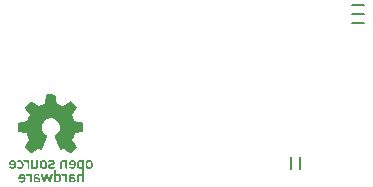
<source format=gbo>
G04 (created by PCBNEW (2013-may-18)-stable) date Sat 28 Jun 2014 08:59:17 PM EDT*
%MOIN*%
G04 Gerber Fmt 3.4, Leading zero omitted, Abs format*
%FSLAX34Y34*%
G01*
G70*
G90*
G04 APERTURE LIST*
%ADD10C,0.00590551*%
%ADD11C,0.0001*%
G04 APERTURE END LIST*
G54D10*
X81531Y-31276D02*
X81138Y-31276D01*
X81531Y-30981D02*
X81138Y-30981D01*
X81531Y-30958D02*
X81138Y-30958D01*
X81531Y-30663D02*
X81138Y-30663D01*
X79419Y-35749D02*
X79419Y-36142D01*
X79124Y-35749D02*
X79124Y-36142D01*
G54D11*
G36*
X71981Y-35980D02*
X71981Y-36023D01*
X71984Y-36055D01*
X71990Y-36077D01*
X72001Y-36094D01*
X72017Y-36108D01*
X72029Y-36116D01*
X72038Y-36119D01*
X72038Y-35976D01*
X72042Y-35943D01*
X72052Y-35916D01*
X72064Y-35901D01*
X72086Y-35891D01*
X72111Y-35893D01*
X72134Y-35904D01*
X72136Y-35906D01*
X72143Y-35920D01*
X72148Y-35944D01*
X72150Y-35973D01*
X72150Y-36002D01*
X72148Y-36027D01*
X72145Y-36037D01*
X72130Y-36058D01*
X72108Y-36069D01*
X72083Y-36068D01*
X72064Y-36059D01*
X72049Y-36038D01*
X72040Y-36009D01*
X72038Y-35976D01*
X72038Y-36119D01*
X72062Y-36128D01*
X72097Y-36126D01*
X72124Y-36116D01*
X72151Y-36102D01*
X72151Y-36212D01*
X72151Y-36322D01*
X72132Y-36307D01*
X72107Y-36295D01*
X72076Y-36291D01*
X72045Y-36296D01*
X72027Y-36303D01*
X72011Y-36314D01*
X72000Y-36326D01*
X71992Y-36343D01*
X71987Y-36365D01*
X71984Y-36396D01*
X71983Y-36438D01*
X71983Y-36470D01*
X71983Y-36585D01*
X72008Y-36585D01*
X72033Y-36585D01*
X72035Y-36486D01*
X72036Y-36446D01*
X72038Y-36418D01*
X72040Y-36399D01*
X72044Y-36386D01*
X72049Y-36377D01*
X72056Y-36369D01*
X72079Y-36353D01*
X72104Y-36351D01*
X72128Y-36363D01*
X72133Y-36368D01*
X72141Y-36376D01*
X72146Y-36385D01*
X72149Y-36396D01*
X72150Y-36414D01*
X72151Y-36442D01*
X72151Y-36480D01*
X72151Y-36485D01*
X72151Y-36585D01*
X72181Y-36585D01*
X72210Y-36585D01*
X72210Y-36211D01*
X72210Y-35837D01*
X72181Y-35837D01*
X72160Y-35839D01*
X72151Y-35845D01*
X72151Y-35847D01*
X72149Y-35852D01*
X72139Y-35850D01*
X72124Y-35843D01*
X72087Y-35831D01*
X72053Y-35833D01*
X72029Y-35844D01*
X72009Y-35857D01*
X71996Y-35872D01*
X71987Y-35891D01*
X71983Y-35917D01*
X71981Y-35954D01*
X71981Y-35980D01*
X71981Y-35980D01*
X71981Y-35980D01*
G37*
G36*
X71704Y-36585D02*
X71733Y-36585D01*
X71753Y-36583D01*
X71762Y-36578D01*
X71763Y-36573D01*
X71763Y-36485D01*
X71763Y-36460D01*
X71805Y-36460D01*
X71840Y-36463D01*
X71865Y-36473D01*
X71878Y-36488D01*
X71880Y-36497D01*
X71873Y-36513D01*
X71856Y-36526D01*
X71831Y-36533D01*
X71821Y-36533D01*
X71799Y-36530D01*
X71779Y-36522D01*
X71779Y-36522D01*
X71766Y-36506D01*
X71763Y-36485D01*
X71763Y-36573D01*
X71764Y-36565D01*
X71769Y-36567D01*
X71776Y-36573D01*
X71794Y-36581D01*
X71821Y-36585D01*
X71851Y-36584D01*
X71880Y-36579D01*
X71899Y-36571D01*
X71922Y-36549D01*
X71935Y-36520D01*
X71937Y-36489D01*
X71927Y-36459D01*
X71909Y-36436D01*
X71897Y-36426D01*
X71885Y-36420D01*
X71869Y-36417D01*
X71844Y-36416D01*
X71825Y-36416D01*
X71763Y-36416D01*
X71763Y-36391D01*
X71765Y-36372D01*
X71771Y-36359D01*
X71772Y-36359D01*
X71796Y-36348D01*
X71825Y-36346D01*
X71854Y-36353D01*
X71873Y-36360D01*
X71885Y-36360D01*
X71899Y-36352D01*
X71903Y-36349D01*
X71917Y-36338D01*
X71919Y-36329D01*
X71916Y-36323D01*
X71894Y-36307D01*
X71863Y-36296D01*
X71826Y-36291D01*
X71789Y-36293D01*
X71756Y-36301D01*
X71751Y-36303D01*
X71734Y-36312D01*
X71722Y-36324D01*
X71714Y-36339D01*
X71709Y-36361D01*
X71706Y-36392D01*
X71704Y-36434D01*
X71704Y-36471D01*
X71704Y-36585D01*
X71704Y-36585D01*
X71704Y-36585D01*
G37*
G36*
X71449Y-36317D02*
X71458Y-36332D01*
X71466Y-36342D01*
X71480Y-36356D01*
X71491Y-36360D01*
X71499Y-36357D01*
X71525Y-36350D01*
X71549Y-36358D01*
X71561Y-36368D01*
X71569Y-36376D01*
X71574Y-36385D01*
X71577Y-36396D01*
X71578Y-36414D01*
X71579Y-36442D01*
X71579Y-36480D01*
X71579Y-36485D01*
X71579Y-36585D01*
X71609Y-36585D01*
X71638Y-36585D01*
X71638Y-36438D01*
X71638Y-36291D01*
X71609Y-36291D01*
X71590Y-36293D01*
X71581Y-36297D01*
X71579Y-36307D01*
X71579Y-36322D01*
X71560Y-36307D01*
X71537Y-36296D01*
X71508Y-36291D01*
X71479Y-36293D01*
X71462Y-36299D01*
X71450Y-36307D01*
X71449Y-36317D01*
X71449Y-36317D01*
X71449Y-36317D01*
G37*
G36*
X71213Y-36585D02*
X71242Y-36585D01*
X71262Y-36583D01*
X71271Y-36577D01*
X71271Y-36576D01*
X71271Y-36460D01*
X71271Y-36427D01*
X71276Y-36396D01*
X71284Y-36373D01*
X71287Y-36369D01*
X71307Y-36353D01*
X71331Y-36350D01*
X71355Y-36359D01*
X71367Y-36370D01*
X71375Y-36383D01*
X71380Y-36396D01*
X71381Y-36416D01*
X71380Y-36445D01*
X71380Y-36448D01*
X71377Y-36483D01*
X71370Y-36506D01*
X71359Y-36519D01*
X71340Y-36525D01*
X71322Y-36526D01*
X71299Y-36523D01*
X71284Y-36511D01*
X71283Y-36510D01*
X71275Y-36489D01*
X71271Y-36460D01*
X71271Y-36576D01*
X71271Y-36573D01*
X71273Y-36566D01*
X71279Y-36568D01*
X71288Y-36573D01*
X71308Y-36581D01*
X71336Y-36584D01*
X71366Y-36583D01*
X71391Y-36576D01*
X71396Y-36574D01*
X71414Y-36561D01*
X71427Y-36544D01*
X71435Y-36520D01*
X71439Y-36486D01*
X71439Y-36442D01*
X71439Y-36428D01*
X71436Y-36342D01*
X71409Y-36317D01*
X71389Y-36301D01*
X71371Y-36293D01*
X71347Y-36291D01*
X71346Y-36291D01*
X71321Y-36294D01*
X71302Y-36299D01*
X71297Y-36302D01*
X71284Y-36311D01*
X71277Y-36313D01*
X71275Y-36306D01*
X71273Y-36288D01*
X71271Y-36262D01*
X71271Y-36244D01*
X71271Y-36174D01*
X71242Y-36174D01*
X71213Y-36174D01*
X71213Y-36379D01*
X71213Y-36585D01*
X71213Y-36585D01*
X71213Y-36585D01*
G37*
G36*
X70767Y-36297D02*
X70767Y-36301D01*
X70770Y-36310D01*
X70777Y-36331D01*
X70787Y-36362D01*
X70799Y-36400D01*
X70812Y-36442D01*
X70814Y-36447D01*
X70857Y-36585D01*
X70884Y-36585D01*
X70894Y-36585D01*
X70903Y-36583D01*
X70909Y-36578D01*
X70916Y-36567D01*
X70923Y-36549D01*
X70931Y-36522D01*
X70942Y-36483D01*
X70949Y-36460D01*
X70957Y-36433D01*
X70964Y-36412D01*
X70969Y-36400D01*
X70970Y-36399D01*
X70974Y-36404D01*
X70981Y-36420D01*
X70990Y-36446D01*
X71000Y-36478D01*
X71004Y-36489D01*
X71032Y-36585D01*
X71060Y-36585D01*
X71078Y-36584D01*
X71088Y-36583D01*
X71088Y-36582D01*
X71090Y-36575D01*
X71096Y-36555D01*
X71105Y-36526D01*
X71117Y-36490D01*
X71130Y-36448D01*
X71132Y-36442D01*
X71146Y-36399D01*
X71157Y-36361D01*
X71167Y-36330D01*
X71173Y-36308D01*
X71176Y-36298D01*
X71176Y-36297D01*
X71170Y-36294D01*
X71153Y-36292D01*
X71145Y-36293D01*
X71115Y-36295D01*
X71087Y-36394D01*
X71077Y-36429D01*
X71068Y-36456D01*
X71061Y-36475D01*
X71057Y-36483D01*
X71056Y-36482D01*
X71052Y-36471D01*
X71045Y-36449D01*
X71035Y-36420D01*
X71024Y-36385D01*
X71024Y-36383D01*
X71012Y-36347D01*
X71004Y-36322D01*
X70997Y-36306D01*
X70990Y-36298D01*
X70983Y-36294D01*
X70973Y-36293D01*
X70973Y-36293D01*
X70950Y-36291D01*
X70919Y-36390D01*
X70906Y-36427D01*
X70896Y-36456D01*
X70888Y-36475D01*
X70883Y-36481D01*
X70882Y-36480D01*
X70878Y-36470D01*
X70872Y-36449D01*
X70863Y-36419D01*
X70854Y-36384D01*
X70853Y-36381D01*
X70829Y-36291D01*
X70796Y-36291D01*
X70775Y-36293D01*
X70767Y-36297D01*
X70767Y-36297D01*
X70767Y-36297D01*
G37*
G36*
X70531Y-36585D02*
X70560Y-36585D01*
X70578Y-36583D01*
X70589Y-36579D01*
X70589Y-36577D01*
X70589Y-36489D01*
X70589Y-36460D01*
X70628Y-36460D01*
X70664Y-36464D01*
X70690Y-36473D01*
X70704Y-36488D01*
X70705Y-36494D01*
X70701Y-36510D01*
X70686Y-36523D01*
X70664Y-36531D01*
X70639Y-36534D01*
X70614Y-36530D01*
X70604Y-36526D01*
X70593Y-36515D01*
X70589Y-36495D01*
X70589Y-36489D01*
X70589Y-36577D01*
X70594Y-36573D01*
X70604Y-36577D01*
X70624Y-36583D01*
X70652Y-36585D01*
X70683Y-36583D01*
X70710Y-36578D01*
X70723Y-36572D01*
X70744Y-36552D01*
X70756Y-36523D01*
X70758Y-36496D01*
X70754Y-36464D01*
X70742Y-36442D01*
X70720Y-36427D01*
X70687Y-36418D01*
X70645Y-36416D01*
X70589Y-36416D01*
X70589Y-36391D01*
X70592Y-36370D01*
X70604Y-36356D01*
X70626Y-36348D01*
X70631Y-36347D01*
X70663Y-36347D01*
X70680Y-36354D01*
X70698Y-36361D01*
X70709Y-36361D01*
X70722Y-36354D01*
X70725Y-36352D01*
X70739Y-36338D01*
X70739Y-36325D01*
X70725Y-36312D01*
X70714Y-36305D01*
X70686Y-36296D01*
X70650Y-36292D01*
X70613Y-36293D01*
X70581Y-36301D01*
X70579Y-36302D01*
X70562Y-36310D01*
X70550Y-36319D01*
X70541Y-36332D01*
X70536Y-36350D01*
X70532Y-36377D01*
X70531Y-36414D01*
X70531Y-36463D01*
X70531Y-36465D01*
X70531Y-36585D01*
X70531Y-36585D01*
X70531Y-36585D01*
G37*
G36*
X70268Y-36310D02*
X70270Y-36317D01*
X70280Y-36330D01*
X70285Y-36337D01*
X70299Y-36353D01*
X70309Y-36359D01*
X70322Y-36356D01*
X70326Y-36355D01*
X70353Y-36351D01*
X70378Y-36359D01*
X70396Y-36378D01*
X70397Y-36379D01*
X70401Y-36397D01*
X70404Y-36428D01*
X70406Y-36471D01*
X70406Y-36491D01*
X70406Y-36585D01*
X70435Y-36585D01*
X70465Y-36585D01*
X70465Y-36438D01*
X70465Y-36291D01*
X70435Y-36291D01*
X70416Y-36293D01*
X70408Y-36298D01*
X70406Y-36306D01*
X70405Y-36315D01*
X70401Y-36316D01*
X70389Y-36310D01*
X70382Y-36306D01*
X70352Y-36295D01*
X70319Y-36292D01*
X70287Y-36299D01*
X70268Y-36310D01*
X70268Y-36310D01*
X70268Y-36310D01*
G37*
G36*
X70023Y-36460D02*
X70087Y-36460D01*
X70087Y-36397D01*
X70095Y-36379D01*
X70107Y-36363D01*
X70121Y-36351D01*
X70123Y-36350D01*
X70150Y-36347D01*
X70176Y-36357D01*
X70195Y-36378D01*
X70196Y-36378D01*
X70203Y-36395D01*
X70205Y-36407D01*
X70204Y-36409D01*
X70195Y-36412D01*
X70176Y-36415D01*
X70151Y-36416D01*
X70125Y-36416D01*
X70103Y-36414D01*
X70089Y-36411D01*
X70087Y-36409D01*
X70087Y-36397D01*
X70087Y-36460D01*
X70116Y-36460D01*
X70210Y-36460D01*
X70205Y-36480D01*
X70191Y-36508D01*
X70169Y-36526D01*
X70141Y-36532D01*
X70109Y-36525D01*
X70099Y-36521D01*
X70071Y-36507D01*
X70051Y-36523D01*
X70038Y-36535D01*
X70032Y-36543D01*
X70032Y-36544D01*
X70037Y-36550D01*
X70051Y-36561D01*
X70059Y-36566D01*
X70091Y-36580D01*
X70128Y-36586D01*
X70166Y-36584D01*
X70199Y-36574D01*
X70208Y-36568D01*
X70234Y-36546D01*
X70251Y-36519D01*
X70260Y-36485D01*
X70263Y-36442D01*
X70258Y-36389D01*
X70245Y-36348D01*
X70222Y-36317D01*
X70190Y-36299D01*
X70150Y-36291D01*
X70146Y-36291D01*
X70104Y-36298D01*
X70070Y-36316D01*
X70045Y-36345D01*
X70030Y-36384D01*
X70026Y-36412D01*
X70023Y-36460D01*
X70023Y-36460D01*
X70023Y-36460D01*
G37*
G36*
X72265Y-35980D02*
X72265Y-36015D01*
X72267Y-36040D01*
X72270Y-36057D01*
X72276Y-36069D01*
X72280Y-36076D01*
X72311Y-36107D01*
X72320Y-36111D01*
X72320Y-35980D01*
X72321Y-35952D01*
X72324Y-35935D01*
X72331Y-35922D01*
X72342Y-35909D01*
X72359Y-35894D01*
X72373Y-35890D01*
X72388Y-35891D01*
X72413Y-35899D01*
X72429Y-35913D01*
X72438Y-35936D01*
X72441Y-35969D01*
X72441Y-35979D01*
X72439Y-36014D01*
X72434Y-36038D01*
X72423Y-36054D01*
X72405Y-36064D01*
X72380Y-36070D01*
X72360Y-36065D01*
X72342Y-36050D01*
X72330Y-36037D01*
X72323Y-36024D01*
X72321Y-36005D01*
X72320Y-35980D01*
X72320Y-36111D01*
X72347Y-36125D01*
X72386Y-36129D01*
X72427Y-36119D01*
X72437Y-36114D01*
X72467Y-36094D01*
X72487Y-36068D01*
X72499Y-36034D01*
X72503Y-35989D01*
X72503Y-35980D01*
X72500Y-35933D01*
X72490Y-35897D01*
X72471Y-35870D01*
X72444Y-35849D01*
X72437Y-35845D01*
X72397Y-35832D01*
X72357Y-35832D01*
X72320Y-35847D01*
X72287Y-35874D01*
X72280Y-35884D01*
X72273Y-35895D01*
X72269Y-35909D01*
X72266Y-35928D01*
X72265Y-35957D01*
X72265Y-35980D01*
X72265Y-35980D01*
X72265Y-35980D01*
G37*
G36*
X71695Y-36005D02*
X71763Y-36005D01*
X71763Y-35938D01*
X71768Y-35921D01*
X71779Y-35905D01*
X71801Y-35891D01*
X71826Y-35888D01*
X71849Y-35897D01*
X71868Y-35914D01*
X71877Y-35934D01*
X71882Y-35954D01*
X71822Y-35954D01*
X71793Y-35954D01*
X71775Y-35952D01*
X71766Y-35949D01*
X71763Y-35944D01*
X71763Y-35938D01*
X71763Y-36005D01*
X71787Y-36005D01*
X71827Y-36006D01*
X71854Y-36007D01*
X71871Y-36009D01*
X71878Y-36015D01*
X71878Y-36023D01*
X71873Y-36035D01*
X71871Y-36037D01*
X71852Y-36060D01*
X71826Y-36071D01*
X71793Y-36069D01*
X71767Y-36059D01*
X71749Y-36052D01*
X71739Y-36051D01*
X71727Y-36059D01*
X71722Y-36064D01*
X71711Y-36078D01*
X71712Y-36090D01*
X71725Y-36102D01*
X71751Y-36116D01*
X71752Y-36116D01*
X71795Y-36128D01*
X71839Y-36126D01*
X71873Y-36114D01*
X71903Y-36091D01*
X71924Y-36057D01*
X71937Y-36016D01*
X71940Y-35969D01*
X71932Y-35919D01*
X71931Y-35914D01*
X71914Y-35879D01*
X71887Y-35852D01*
X71854Y-35836D01*
X71815Y-35831D01*
X71775Y-35839D01*
X71773Y-35840D01*
X71740Y-35859D01*
X71717Y-35888D01*
X71703Y-35928D01*
X71699Y-35958D01*
X71695Y-36005D01*
X71695Y-36005D01*
X71695Y-36005D01*
G37*
G36*
X71010Y-36037D02*
X71015Y-36067D01*
X71031Y-36092D01*
X71057Y-36112D01*
X71090Y-36125D01*
X71129Y-36129D01*
X71172Y-36124D01*
X71183Y-36121D01*
X71213Y-36109D01*
X71247Y-36088D01*
X71256Y-36081D01*
X71254Y-36075D01*
X71244Y-36062D01*
X71239Y-36057D01*
X71218Y-36036D01*
X71198Y-36050D01*
X71173Y-36064D01*
X71143Y-36070D01*
X71115Y-36070D01*
X71090Y-36064D01*
X71074Y-36051D01*
X71073Y-36049D01*
X71071Y-36033D01*
X71081Y-36019D01*
X71101Y-36009D01*
X71128Y-36005D01*
X71157Y-36003D01*
X71185Y-35996D01*
X71190Y-35994D01*
X71217Y-35976D01*
X71234Y-35950D01*
X71240Y-35920D01*
X71234Y-35888D01*
X71220Y-35863D01*
X71196Y-35845D01*
X71164Y-35834D01*
X71126Y-35831D01*
X71086Y-35836D01*
X71048Y-35849D01*
X71044Y-35851D01*
X71015Y-35866D01*
X71031Y-35888D01*
X71045Y-35904D01*
X71057Y-35909D01*
X71074Y-35903D01*
X71081Y-35899D01*
X71105Y-35890D01*
X71132Y-35888D01*
X71156Y-35893D01*
X71171Y-35902D01*
X71180Y-35918D01*
X71175Y-35934D01*
X71163Y-35942D01*
X71149Y-35945D01*
X71126Y-35948D01*
X71106Y-35951D01*
X71069Y-35957D01*
X71044Y-35969D01*
X71026Y-35986D01*
X71017Y-36004D01*
X71010Y-36037D01*
X71010Y-36037D01*
X71010Y-36037D01*
G37*
G36*
X70736Y-35980D02*
X70741Y-36030D01*
X70756Y-36071D01*
X70780Y-36103D01*
X70789Y-36111D01*
X70798Y-36115D01*
X70798Y-35980D01*
X70799Y-35950D01*
X70802Y-35931D01*
X70807Y-35918D01*
X70815Y-35909D01*
X70838Y-35895D01*
X70864Y-35893D01*
X70890Y-35901D01*
X70899Y-35908D01*
X70909Y-35927D01*
X70916Y-35954D01*
X70919Y-35985D01*
X70917Y-36014D01*
X70910Y-36035D01*
X70892Y-36057D01*
X70867Y-36067D01*
X70840Y-36065D01*
X70815Y-36051D01*
X70813Y-36049D01*
X70805Y-36038D01*
X70801Y-36024D01*
X70799Y-36001D01*
X70798Y-35980D01*
X70798Y-36115D01*
X70813Y-36122D01*
X70845Y-36127D01*
X70879Y-36127D01*
X70907Y-36121D01*
X70909Y-36120D01*
X70940Y-36098D01*
X70962Y-36066D01*
X70974Y-36023D01*
X70977Y-35971D01*
X70976Y-35961D01*
X70968Y-35913D01*
X70952Y-35876D01*
X70927Y-35851D01*
X70893Y-35837D01*
X70857Y-35833D01*
X70814Y-35839D01*
X70781Y-35856D01*
X70757Y-35884D01*
X70742Y-35924D01*
X70736Y-35975D01*
X70736Y-35980D01*
X70736Y-35980D01*
X70736Y-35980D01*
G37*
G36*
X70457Y-36123D02*
X70487Y-36123D01*
X70507Y-36121D01*
X70516Y-36115D01*
X70516Y-36112D01*
X70518Y-36106D01*
X70527Y-36108D01*
X70540Y-36115D01*
X70574Y-36128D01*
X70610Y-36126D01*
X70631Y-36119D01*
X70650Y-36109D01*
X70664Y-36096D01*
X70674Y-36079D01*
X70680Y-36054D01*
X70683Y-36019D01*
X70685Y-35973D01*
X70685Y-35949D01*
X70685Y-35837D01*
X70655Y-35837D01*
X70626Y-35837D01*
X70626Y-35935D01*
X70625Y-35982D01*
X70623Y-36017D01*
X70618Y-36041D01*
X70609Y-36056D01*
X70597Y-36064D01*
X70579Y-36067D01*
X70571Y-36067D01*
X70551Y-36065D01*
X70537Y-36059D01*
X70527Y-36047D01*
X70521Y-36027D01*
X70517Y-35996D01*
X70516Y-35953D01*
X70516Y-35935D01*
X70516Y-35837D01*
X70487Y-35837D01*
X70457Y-35837D01*
X70457Y-35980D01*
X70457Y-36123D01*
X70457Y-36123D01*
X70457Y-36123D01*
G37*
G36*
X69962Y-35880D02*
X69983Y-35900D01*
X69997Y-35913D01*
X70007Y-35916D01*
X70016Y-35912D01*
X70049Y-35895D01*
X70080Y-35892D01*
X70106Y-35901D01*
X70126Y-35923D01*
X70138Y-35955D01*
X70140Y-35967D01*
X70139Y-36004D01*
X70128Y-36033D01*
X70110Y-36055D01*
X70087Y-36068D01*
X70060Y-36070D01*
X70034Y-36059D01*
X70023Y-36052D01*
X70007Y-36046D01*
X69988Y-36053D01*
X69974Y-36067D01*
X69969Y-36081D01*
X69976Y-36095D01*
X69993Y-36108D01*
X70017Y-36118D01*
X70045Y-36125D01*
X70076Y-36128D01*
X70105Y-36125D01*
X70116Y-36123D01*
X70147Y-36106D01*
X70172Y-36079D01*
X70190Y-36045D01*
X70199Y-36005D01*
X70200Y-35965D01*
X70193Y-35925D01*
X70177Y-35888D01*
X70151Y-35858D01*
X70150Y-35857D01*
X70118Y-35839D01*
X70080Y-35831D01*
X70040Y-35834D01*
X70003Y-35848D01*
X69983Y-35862D01*
X69962Y-35880D01*
X69962Y-35880D01*
X69962Y-35880D01*
G37*
G36*
X69708Y-36005D02*
X69768Y-36005D01*
X69768Y-35946D01*
X69772Y-35931D01*
X69783Y-35912D01*
X69795Y-35897D01*
X69801Y-35893D01*
X69831Y-35888D01*
X69858Y-35897D01*
X69879Y-35917D01*
X69889Y-35938D01*
X69891Y-35945D01*
X69888Y-35950D01*
X69879Y-35953D01*
X69861Y-35954D01*
X69831Y-35954D01*
X69798Y-35953D01*
X69777Y-35951D01*
X69768Y-35947D01*
X69768Y-35946D01*
X69768Y-36005D01*
X69801Y-36005D01*
X69839Y-36005D01*
X69865Y-36006D01*
X69881Y-36007D01*
X69888Y-36010D01*
X69891Y-36014D01*
X69889Y-36021D01*
X69889Y-36022D01*
X69876Y-36045D01*
X69855Y-36062D01*
X69830Y-36071D01*
X69826Y-36071D01*
X69803Y-36068D01*
X69780Y-36060D01*
X69778Y-36059D01*
X69761Y-36052D01*
X69750Y-36052D01*
X69739Y-36061D01*
X69735Y-36064D01*
X69724Y-36078D01*
X69725Y-36090D01*
X69738Y-36103D01*
X69764Y-36116D01*
X69764Y-36116D01*
X69808Y-36128D01*
X69851Y-36126D01*
X69884Y-36114D01*
X69913Y-36095D01*
X69932Y-36069D01*
X69943Y-36033D01*
X69947Y-35987D01*
X69948Y-35980D01*
X69944Y-35930D01*
X69932Y-35893D01*
X69911Y-35864D01*
X69882Y-35844D01*
X69846Y-35832D01*
X69813Y-35832D01*
X69778Y-35843D01*
X69747Y-35863D01*
X69726Y-35891D01*
X69714Y-35927D01*
X69711Y-35956D01*
X69708Y-36005D01*
X69708Y-36005D01*
X69708Y-36005D01*
G37*
G36*
X71418Y-36123D02*
X71447Y-36123D01*
X71477Y-36123D01*
X71477Y-36025D01*
X71477Y-35978D01*
X71480Y-35945D01*
X71484Y-35922D01*
X71492Y-35906D01*
X71504Y-35897D01*
X71521Y-35892D01*
X71525Y-35891D01*
X71545Y-35891D01*
X71563Y-35900D01*
X71569Y-35905D01*
X71590Y-35923D01*
X71593Y-36023D01*
X71596Y-36123D01*
X71624Y-36123D01*
X71653Y-36123D01*
X71653Y-35980D01*
X71653Y-35837D01*
X71623Y-35837D01*
X71603Y-35839D01*
X71595Y-35844D01*
X71594Y-35848D01*
X71593Y-35856D01*
X71588Y-35857D01*
X71575Y-35851D01*
X71563Y-35844D01*
X71530Y-35832D01*
X71496Y-35832D01*
X71464Y-35844D01*
X71438Y-35867D01*
X71433Y-35875D01*
X71427Y-35886D01*
X71423Y-35898D01*
X71420Y-35915D01*
X71419Y-35939D01*
X71418Y-35972D01*
X71418Y-36011D01*
X71418Y-36123D01*
X71418Y-36123D01*
X71418Y-36123D01*
G37*
G36*
X70193Y-35852D02*
X70212Y-35877D01*
X70225Y-35894D01*
X70233Y-35901D01*
X70241Y-35901D01*
X70254Y-35895D01*
X70255Y-35894D01*
X70279Y-35891D01*
X70303Y-35899D01*
X70321Y-35916D01*
X70324Y-35922D01*
X70328Y-35937D01*
X70331Y-35963D01*
X70332Y-35998D01*
X70333Y-36031D01*
X70333Y-36123D01*
X70362Y-36123D01*
X70391Y-36123D01*
X70391Y-35980D01*
X70391Y-35837D01*
X70362Y-35837D01*
X70342Y-35839D01*
X70333Y-35844D01*
X70333Y-35848D01*
X70331Y-35853D01*
X70322Y-35852D01*
X70305Y-35844D01*
X70270Y-35831D01*
X70236Y-35832D01*
X70215Y-35841D01*
X70193Y-35852D01*
X70193Y-35852D01*
X70193Y-35852D01*
G37*
G36*
X70017Y-34740D02*
X70018Y-34790D01*
X70019Y-34832D01*
X70020Y-34863D01*
X70023Y-34881D01*
X70025Y-34887D01*
X70033Y-34889D01*
X70053Y-34894D01*
X70081Y-34900D01*
X70116Y-34907D01*
X70155Y-34914D01*
X70193Y-34922D01*
X70230Y-34929D01*
X70262Y-34935D01*
X70286Y-34940D01*
X70299Y-34942D01*
X70301Y-34942D01*
X70304Y-34948D01*
X70311Y-34966D01*
X70322Y-34993D01*
X70336Y-35027D01*
X70347Y-35055D01*
X70392Y-35168D01*
X70318Y-35276D01*
X70294Y-35311D01*
X70272Y-35343D01*
X70255Y-35369D01*
X70244Y-35387D01*
X70239Y-35395D01*
X70243Y-35404D01*
X70258Y-35423D01*
X70283Y-35452D01*
X70319Y-35489D01*
X70337Y-35507D01*
X70369Y-35539D01*
X70397Y-35566D01*
X70420Y-35588D01*
X70436Y-35603D01*
X70444Y-35609D01*
X70445Y-35609D01*
X70452Y-35605D01*
X70470Y-35594D01*
X70496Y-35578D01*
X70527Y-35556D01*
X70562Y-35533D01*
X70673Y-35457D01*
X70730Y-35485D01*
X70787Y-35514D01*
X70795Y-35498D01*
X70801Y-35485D01*
X70812Y-35462D01*
X70826Y-35429D01*
X70842Y-35390D01*
X70861Y-35345D01*
X70880Y-35297D01*
X70901Y-35248D01*
X70920Y-35200D01*
X70939Y-35155D01*
X70955Y-35114D01*
X70969Y-35079D01*
X70979Y-35053D01*
X70984Y-35038D01*
X70985Y-35034D01*
X70980Y-35026D01*
X70965Y-35013D01*
X70944Y-34997D01*
X70941Y-34995D01*
X70888Y-34949D01*
X70848Y-34899D01*
X70822Y-34843D01*
X70808Y-34779D01*
X70806Y-34744D01*
X70809Y-34688D01*
X70821Y-34640D01*
X70842Y-34595D01*
X70864Y-34562D01*
X70905Y-34517D01*
X70956Y-34481D01*
X71012Y-34455D01*
X71071Y-34441D01*
X71130Y-34440D01*
X71151Y-34443D01*
X71213Y-34461D01*
X71271Y-34492D01*
X71320Y-34533D01*
X71322Y-34535D01*
X71363Y-34588D01*
X71391Y-34645D01*
X71405Y-34705D01*
X71407Y-34765D01*
X71396Y-34825D01*
X71372Y-34882D01*
X71335Y-34935D01*
X71286Y-34982D01*
X71275Y-34991D01*
X71252Y-35008D01*
X71236Y-35024D01*
X71228Y-35035D01*
X71227Y-35037D01*
X71230Y-35046D01*
X71238Y-35067D01*
X71249Y-35097D01*
X71265Y-35135D01*
X71282Y-35179D01*
X71301Y-35226D01*
X71322Y-35276D01*
X71342Y-35325D01*
X71361Y-35371D01*
X71379Y-35414D01*
X71395Y-35451D01*
X71408Y-35480D01*
X71416Y-35498D01*
X71420Y-35505D01*
X71427Y-35508D01*
X71439Y-35505D01*
X71460Y-35496D01*
X71481Y-35485D01*
X71535Y-35455D01*
X71648Y-35532D01*
X71684Y-35557D01*
X71717Y-35578D01*
X71742Y-35594D01*
X71760Y-35605D01*
X71768Y-35609D01*
X71768Y-35609D01*
X71775Y-35604D01*
X71790Y-35591D01*
X71812Y-35569D01*
X71840Y-35543D01*
X71871Y-35512D01*
X71875Y-35509D01*
X71906Y-35477D01*
X71933Y-35449D01*
X71955Y-35426D01*
X71969Y-35410D01*
X71975Y-35402D01*
X71975Y-35402D01*
X71972Y-35394D01*
X71960Y-35376D01*
X71944Y-35351D01*
X71922Y-35319D01*
X71898Y-35283D01*
X71897Y-35282D01*
X71819Y-35168D01*
X71862Y-35060D01*
X71876Y-35023D01*
X71890Y-34991D01*
X71900Y-34966D01*
X71907Y-34951D01*
X71909Y-34947D01*
X71917Y-34945D01*
X71937Y-34940D01*
X71965Y-34934D01*
X72000Y-34926D01*
X72038Y-34918D01*
X72077Y-34911D01*
X72113Y-34903D01*
X72146Y-34897D01*
X72170Y-34893D01*
X72185Y-34891D01*
X72186Y-34891D01*
X72187Y-34884D01*
X72187Y-34864D01*
X72188Y-34834D01*
X72188Y-34797D01*
X72188Y-34753D01*
X72188Y-34740D01*
X72188Y-34690D01*
X72188Y-34652D01*
X72187Y-34625D01*
X72186Y-34607D01*
X72184Y-34596D01*
X72181Y-34591D01*
X72176Y-34588D01*
X72172Y-34587D01*
X72159Y-34584D01*
X72135Y-34579D01*
X72102Y-34573D01*
X72063Y-34566D01*
X72030Y-34560D01*
X71990Y-34553D01*
X71954Y-34546D01*
X71927Y-34540D01*
X71909Y-34537D01*
X71904Y-34535D01*
X71900Y-34528D01*
X71892Y-34510D01*
X71880Y-34484D01*
X71867Y-34453D01*
X71853Y-34420D01*
X71839Y-34388D01*
X71828Y-34360D01*
X71819Y-34338D01*
X71814Y-34326D01*
X71814Y-34324D01*
X71818Y-34317D01*
X71829Y-34299D01*
X71846Y-34273D01*
X71868Y-34241D01*
X71892Y-34205D01*
X71895Y-34201D01*
X71920Y-34165D01*
X71942Y-34133D01*
X71959Y-34106D01*
X71971Y-34088D01*
X71975Y-34079D01*
X71975Y-34079D01*
X71970Y-34072D01*
X71957Y-34056D01*
X71936Y-34035D01*
X71911Y-34009D01*
X71883Y-33981D01*
X71854Y-33952D01*
X71827Y-33925D01*
X71802Y-33902D01*
X71782Y-33884D01*
X71770Y-33873D01*
X71766Y-33871D01*
X71758Y-33875D01*
X71740Y-33886D01*
X71714Y-33903D01*
X71682Y-33925D01*
X71645Y-33950D01*
X71642Y-33952D01*
X71605Y-33977D01*
X71572Y-33999D01*
X71545Y-34016D01*
X71526Y-34028D01*
X71516Y-34033D01*
X71516Y-34033D01*
X71505Y-34030D01*
X71483Y-34022D01*
X71455Y-34011D01*
X71423Y-33998D01*
X71390Y-33985D01*
X71360Y-33971D01*
X71336Y-33960D01*
X71321Y-33952D01*
X71318Y-33950D01*
X71314Y-33941D01*
X71309Y-33921D01*
X71302Y-33891D01*
X71294Y-33855D01*
X71286Y-33816D01*
X71277Y-33776D01*
X71270Y-33737D01*
X71263Y-33703D01*
X71259Y-33677D01*
X71257Y-33660D01*
X71257Y-33658D01*
X71250Y-33656D01*
X71230Y-33654D01*
X71200Y-33653D01*
X71161Y-33652D01*
X71115Y-33651D01*
X71107Y-33651D01*
X71057Y-33651D01*
X71019Y-33652D01*
X70993Y-33652D01*
X70974Y-33654D01*
X70964Y-33656D01*
X70958Y-33659D01*
X70955Y-33663D01*
X70954Y-33668D01*
X70951Y-33680D01*
X70947Y-33704D01*
X70940Y-33737D01*
X70933Y-33777D01*
X70926Y-33813D01*
X70918Y-33855D01*
X70910Y-33892D01*
X70904Y-33922D01*
X70898Y-33942D01*
X70895Y-33950D01*
X70885Y-33956D01*
X70865Y-33965D01*
X70837Y-33978D01*
X70806Y-33991D01*
X70773Y-34005D01*
X70743Y-34017D01*
X70717Y-34026D01*
X70700Y-34032D01*
X70696Y-34033D01*
X70687Y-34029D01*
X70669Y-34018D01*
X70642Y-34001D01*
X70610Y-33979D01*
X70573Y-33955D01*
X70569Y-33952D01*
X70532Y-33927D01*
X70499Y-33905D01*
X70473Y-33888D01*
X70454Y-33876D01*
X70445Y-33871D01*
X70445Y-33871D01*
X70438Y-33876D01*
X70423Y-33890D01*
X70400Y-33911D01*
X70373Y-33938D01*
X70341Y-33969D01*
X70336Y-33974D01*
X70301Y-34009D01*
X70276Y-34036D01*
X70258Y-34055D01*
X70247Y-34068D01*
X70241Y-34078D01*
X70240Y-34085D01*
X70242Y-34091D01*
X70245Y-34095D01*
X70252Y-34107D01*
X70267Y-34129D01*
X70286Y-34158D01*
X70309Y-34192D01*
X70328Y-34219D01*
X70400Y-34324D01*
X70358Y-34422D01*
X70343Y-34458D01*
X70329Y-34489D01*
X70318Y-34513D01*
X70311Y-34527D01*
X70310Y-34529D01*
X70300Y-34533D01*
X70279Y-34539D01*
X70249Y-34546D01*
X70211Y-34554D01*
X70177Y-34560D01*
X70134Y-34568D01*
X70096Y-34576D01*
X70065Y-34583D01*
X70043Y-34588D01*
X70034Y-34590D01*
X70028Y-34593D01*
X70024Y-34597D01*
X70021Y-34605D01*
X70019Y-34618D01*
X70018Y-34639D01*
X70017Y-34669D01*
X70017Y-34711D01*
X70017Y-34740D01*
X70017Y-34740D01*
X70017Y-34740D01*
G37*
M02*

</source>
